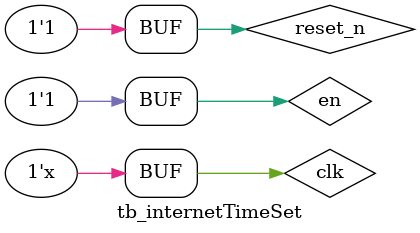
<source format=v>
`timescale 1ns / 1ps


module tb_internetTimeSet();
    reg reset_n;
    reg clk;
    reg en;

    fpga_uart2 uut(
        .clk(clk),
        .reset_n(reset_n)
    );

    initial begin
        clk = 0;
        reset_n = 0;
        en=0;
        #1000 reset_n=1;
        #1000 en=1;
    end

    always #10 clk = ~clk;
endmodule

</source>
